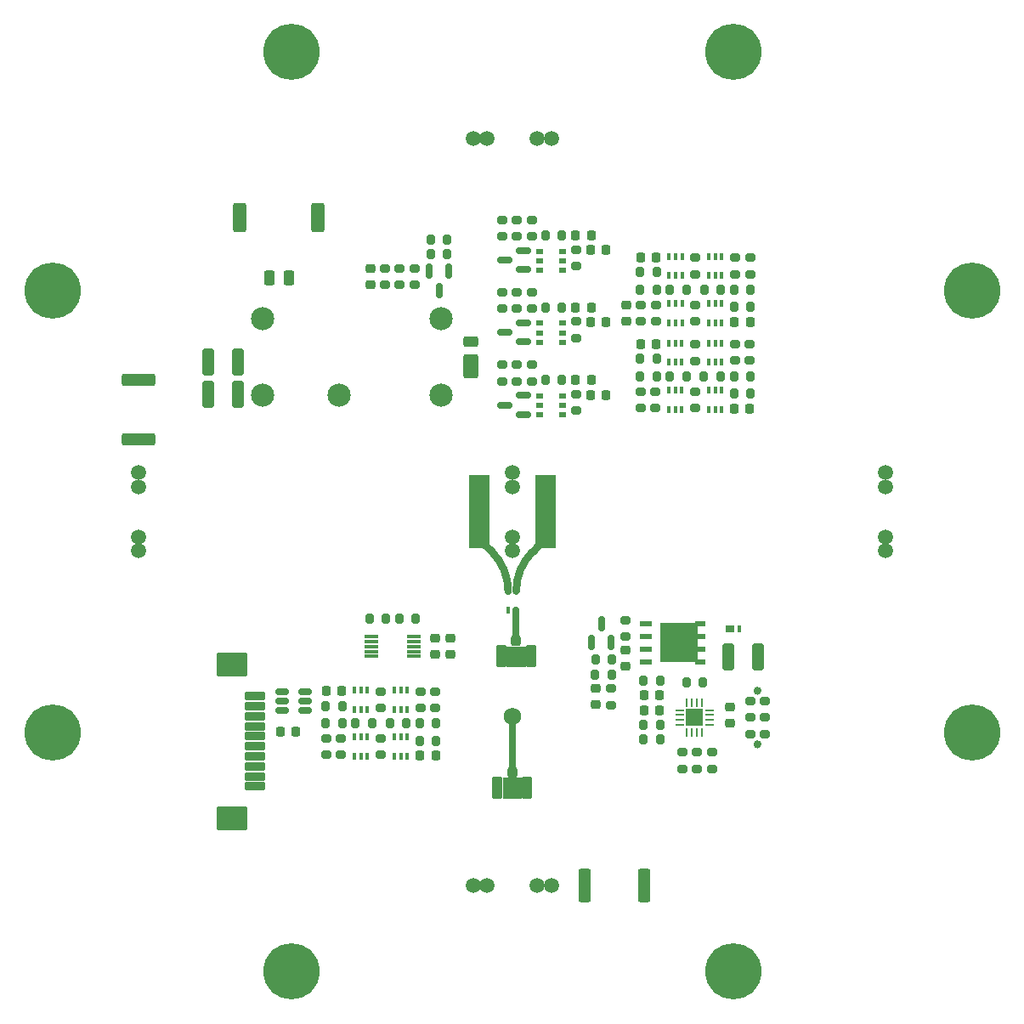
<source format=gbr>
%TF.GenerationSoftware,KiCad,Pcbnew,9.0.1*%
%TF.CreationDate,2025-06-24T16:02:31-04:00*%
%TF.ProjectId,-Z,2d5a2e6b-6963-4616-945f-706362585858,rev?*%
%TF.SameCoordinates,Original*%
%TF.FileFunction,Soldermask,Bot*%
%TF.FilePolarity,Negative*%
%FSLAX46Y46*%
G04 Gerber Fmt 4.6, Leading zero omitted, Abs format (unit mm)*
G04 Created by KiCad (PCBNEW 9.0.1) date 2025-06-24 16:02:31*
%MOMM*%
%LPD*%
G01*
G04 APERTURE LIST*
G04 Aperture macros list*
%AMRoundRect*
0 Rectangle with rounded corners*
0 $1 Rounding radius*
0 $2 $3 $4 $5 $6 $7 $8 $9 X,Y pos of 4 corners*
0 Add a 4 corners polygon primitive as box body*
4,1,4,$2,$3,$4,$5,$6,$7,$8,$9,$2,$3,0*
0 Add four circle primitives for the rounded corners*
1,1,$1+$1,$2,$3*
1,1,$1+$1,$4,$5*
1,1,$1+$1,$6,$7*
1,1,$1+$1,$8,$9*
0 Add four rect primitives between the rounded corners*
20,1,$1+$1,$2,$3,$4,$5,0*
20,1,$1+$1,$4,$5,$6,$7,0*
20,1,$1+$1,$6,$7,$8,$9,0*
20,1,$1+$1,$8,$9,$2,$3,0*%
G04 Aperture macros list end*
%ADD10C,0.686258*%
%ADD11C,0.735280*%
%ADD12C,0.381002*%
%ADD13C,0.762000*%
%ADD14C,3.800000*%
%ADD15C,5.600000*%
%ADD16C,1.500000*%
%ADD17C,1.727200*%
%ADD18RoundRect,0.225000X0.225000X0.250000X-0.225000X0.250000X-0.225000X-0.250000X0.225000X-0.250000X0*%
%ADD19RoundRect,0.200000X-0.275000X0.200000X-0.275000X-0.200000X0.275000X-0.200000X0.275000X0.200000X0*%
%ADD20R,0.700000X0.510000*%
%ADD21RoundRect,0.200000X0.275000X-0.200000X0.275000X0.200000X-0.275000X0.200000X-0.275000X-0.200000X0*%
%ADD22RoundRect,0.218750X-0.256250X0.218750X-0.256250X-0.218750X0.256250X-0.218750X0.256250X0.218750X0*%
%ADD23R,2.000000X7.400000*%
%ADD24RoundRect,0.250000X-0.250000X0.275000X-0.250000X-0.275000X0.250000X-0.275000X0.250000X0.275000X0*%
%ADD25RoundRect,0.250000X-0.275000X0.850000X-0.275000X-0.850000X0.275000X-0.850000X0.275000X0.850000X0*%
%ADD26RoundRect,0.200000X0.200000X0.275000X-0.200000X0.275000X-0.200000X-0.275000X0.200000X-0.275000X0*%
%ADD27RoundRect,0.218750X-0.218750X-0.256250X0.218750X-0.256250X0.218750X0.256250X-0.218750X0.256250X0*%
%ADD28RoundRect,0.100000X0.100000X-0.225000X0.100000X0.225000X-0.100000X0.225000X-0.100000X-0.225000X0*%
%ADD29RoundRect,0.218750X0.218750X0.256250X-0.218750X0.256250X-0.218750X-0.256250X0.218750X-0.256250X0*%
%ADD30RoundRect,0.200000X-0.200000X-0.275000X0.200000X-0.275000X0.200000X0.275000X-0.200000X0.275000X0*%
%ADD31RoundRect,0.225000X0.250000X-0.225000X0.250000X0.225000X-0.250000X0.225000X-0.250000X-0.225000X0*%
%ADD32R,1.422400X0.304800*%
%ADD33RoundRect,0.100000X-0.100000X0.225000X-0.100000X-0.225000X0.100000X-0.225000X0.100000X0.225000X0*%
%ADD34RoundRect,0.250000X-0.300000X-0.475000X0.300000X-0.475000X0.300000X0.475000X-0.300000X0.475000X0*%
%ADD35RoundRect,0.250000X-0.425000X-1.200000X0.425000X-1.200000X0.425000X1.200000X-0.425000X1.200000X0*%
%ADD36RoundRect,0.218750X0.256250X-0.218750X0.256250X0.218750X-0.256250X0.218750X-0.256250X-0.218750X0*%
%ADD37RoundRect,0.150000X0.150000X-0.587500X0.150000X0.587500X-0.150000X0.587500X-0.150000X-0.587500X0*%
%ADD38C,2.304000*%
%ADD39RoundRect,0.225000X-0.225000X-0.250000X0.225000X-0.250000X0.225000X0.250000X-0.225000X0.250000X0*%
%ADD40RoundRect,0.225000X-0.250000X0.225000X-0.250000X-0.225000X0.250000X-0.225000X0.250000X0.225000X0*%
%ADD41RoundRect,0.102000X0.950000X-0.300000X0.950000X0.300000X-0.950000X0.300000X-0.950000X-0.300000X0*%
%ADD42RoundRect,0.102000X1.400000X-1.050000X1.400000X1.050000X-1.400000X1.050000X-1.400000X-1.050000X0*%
%ADD43RoundRect,0.250000X0.325000X1.100000X-0.325000X1.100000X-0.325000X-1.100000X0.325000X-1.100000X0*%
%ADD44RoundRect,0.250000X-1.425000X0.362500X-1.425000X-0.362500X1.425000X-0.362500X1.425000X0.362500X0*%
%ADD45RoundRect,0.250000X0.362500X1.425000X-0.362500X1.425000X-0.362500X-1.425000X0.362500X-1.425000X0*%
%ADD46RoundRect,0.150000X0.587500X0.150000X-0.587500X0.150000X-0.587500X-0.150000X0.587500X-0.150000X0*%
%ADD47R,1.270000X0.610000*%
%ADD48R,3.810000X3.910000*%
%ADD49R,1.020000X0.610000*%
%ADD50RoundRect,0.150000X-0.512500X-0.150000X0.512500X-0.150000X0.512500X0.150000X-0.512500X0.150000X0*%
%ADD51R,0.400000X0.750000*%
%ADD52RoundRect,0.250000X-0.325000X-1.100000X0.325000X-1.100000X0.325000X1.100000X-0.325000X1.100000X0*%
%ADD53RoundRect,0.150000X-0.150000X0.587500X-0.150000X-0.587500X0.150000X-0.587500X0.150000X0.587500X0*%
%ADD54RoundRect,0.075000X-0.390000X-0.275000X0.390000X-0.275000X0.390000X0.275000X-0.390000X0.275000X0*%
%ADD55RoundRect,0.075000X-0.075000X-0.275000X0.075000X-0.275000X0.075000X0.275000X-0.075000X0.275000X0*%
%ADD56R,0.254000X0.812800*%
%ADD57R,0.812800X0.254000*%
%ADD58R,1.752600X1.752600*%
%ADD59RoundRect,0.250000X-0.500000X0.950000X-0.500000X-0.950000X0.500000X-0.950000X0.500000X0.950000X0*%
%ADD60RoundRect,0.250000X-0.500000X0.275000X-0.500000X-0.275000X0.500000X-0.275000X0.500000X0.275000X0*%
G04 APERTURE END LIST*
D10*
X164400001Y-112758199D02*
X164400000Y-109835400D01*
D11*
X161983972Y-103983972D02*
G75*
G02*
X163599984Y-107885399I-3901472J-3901428D01*
G01*
X161983972Y-103983972D02*
X161100000Y-103100000D01*
X164400001Y-107885399D02*
G75*
G02*
X166016020Y-103984000I5517399J-1D01*
G01*
X166016010Y-103983990D02*
X166600000Y-103400000D01*
D10*
X164000001Y-125972600D02*
X164000001Y-120366999D01*
D12*
X188629302Y-117830802D02*
G75*
G02*
X188248300Y-117830802I-190501J0D01*
G01*
X188248300Y-117830802D02*
G75*
G02*
X188629302Y-117830802I190501J0D01*
G01*
X188629301Y-123164801D02*
G75*
G02*
X188248299Y-123164801I-190501J0D01*
G01*
X188248299Y-123164801D02*
G75*
G02*
X188629301Y-123164801I190501J0D01*
G01*
%TO.C,J4*%
G36*
X163060001Y-126507599D02*
G01*
X164940001Y-126507599D01*
X164940001Y-128597599D01*
X163060001Y-128597599D01*
X163060001Y-126507599D01*
G37*
%TO.C,J3*%
G36*
X163460001Y-113401200D02*
G01*
X165340001Y-113401200D01*
X165340001Y-115491200D01*
X163460001Y-115491200D01*
X163460001Y-113401200D01*
G37*
%TD*%
D13*
%TO.C,H2*%
X144200001Y-145800000D03*
X143555751Y-147355750D03*
X143555751Y-144244250D03*
X142000001Y-148000000D03*
D14*
X142000001Y-145800000D03*
D15*
X142000001Y-145800000D03*
D13*
X142000001Y-143600000D03*
X140444251Y-147355750D03*
X140444251Y-144244250D03*
X139800001Y-145800000D03*
%TD*%
D16*
%TO.C,JP5*%
X164000001Y-96100000D03*
X164000001Y-97499999D03*
X164000001Y-102499999D03*
X164000001Y-103899998D03*
%TD*%
D13*
%TO.C,H8*%
X212000000Y-121999999D03*
X211355750Y-123555749D03*
X211355750Y-120444249D03*
X209800000Y-124199999D03*
D14*
X209800000Y-121999999D03*
D15*
X209800000Y-121999999D03*
D13*
X209800000Y-119799999D03*
X208244250Y-123555749D03*
X208244250Y-120444249D03*
X207600000Y-121999999D03*
%TD*%
%TO.C,H5*%
X144200001Y-54200000D03*
X143555751Y-55755750D03*
X143555751Y-52644250D03*
X142000001Y-56400000D03*
D14*
X142000001Y-54200000D03*
D15*
X142000001Y-54200000D03*
D13*
X142000001Y-52000000D03*
X140444251Y-55755750D03*
X140444251Y-52644250D03*
X139800001Y-54200000D03*
%TD*%
%TO.C,H7*%
X212000000Y-78000000D03*
X211355750Y-79555750D03*
X211355750Y-76444250D03*
X209800000Y-80200000D03*
D14*
X209800000Y-78000000D03*
D15*
X209800000Y-78000000D03*
D13*
X209800000Y-75800000D03*
X208244250Y-79555750D03*
X208244250Y-76444250D03*
X207600000Y-78000000D03*
%TD*%
D17*
%TO.C,AE3*%
X164000000Y-120400000D03*
%TD*%
D16*
%TO.C,JP1*%
X167900000Y-62789000D03*
X166500001Y-62789000D03*
X161500001Y-62789000D03*
X160100002Y-62789000D03*
%TD*%
D13*
%TO.C,H4*%
X120400001Y-78000000D03*
X119755751Y-79555750D03*
X119755751Y-76444250D03*
X118200001Y-80200000D03*
D14*
X118200001Y-78000000D03*
D15*
X118200001Y-78000000D03*
D13*
X118200001Y-75800000D03*
X116644251Y-79555750D03*
X116644251Y-76444250D03*
X116000001Y-78000000D03*
%TD*%
%TO.C,H3*%
X120400001Y-121999999D03*
X119755751Y-123555749D03*
X119755751Y-120444249D03*
X118200001Y-124199999D03*
D14*
X118200001Y-121999999D03*
D15*
X118200001Y-121999999D03*
D13*
X118200001Y-119799999D03*
X116644251Y-123555749D03*
X116644251Y-120444249D03*
X116000001Y-121999999D03*
%TD*%
D16*
%TO.C,JP4*%
X126789000Y-103899999D03*
X126789000Y-102500000D03*
X126789000Y-97500000D03*
X126789000Y-96100001D03*
%TD*%
D13*
%TO.C,H1*%
X188200000Y-145800000D03*
X187555750Y-147355750D03*
X187555750Y-144244250D03*
X186000000Y-148000000D03*
D14*
X186000000Y-145800000D03*
D15*
X186000000Y-145800000D03*
D13*
X186000000Y-143600000D03*
X184444250Y-147355750D03*
X184444250Y-144244250D03*
X183800000Y-145800000D03*
%TD*%
%TO.C,H6*%
X188200000Y-54200000D03*
X187555750Y-55755750D03*
X187555750Y-52644250D03*
X186000000Y-56400000D03*
D14*
X186000000Y-54200000D03*
D15*
X186000000Y-54200000D03*
D13*
X186000000Y-52000000D03*
X184444250Y-55755750D03*
X184444250Y-52644250D03*
X183800000Y-54200000D03*
%TD*%
D18*
%TO.C,C11*%
X147008600Y-117868399D03*
X145458600Y-117868399D03*
%TD*%
D19*
%TO.C,R68*%
X154894999Y-117907000D03*
X154894999Y-119557000D03*
%TD*%
D20*
%TO.C,Q11*%
X166700801Y-90358200D03*
X166700801Y-89408200D03*
X166700801Y-88458200D03*
X169020801Y-88458200D03*
X169020801Y-89408200D03*
X169020801Y-90358200D03*
%TD*%
D21*
%TO.C,R33*%
X162984001Y-86982000D03*
X162984001Y-85332000D03*
%TD*%
D22*
%TO.C,D6*%
X172339000Y-117625199D03*
X172339000Y-119200201D03*
%TD*%
D23*
%TO.C,AE2*%
X160700000Y-99999800D03*
%TD*%
D19*
%TO.C,R52*%
X187672802Y-83286800D03*
X187672802Y-84936800D03*
%TD*%
%TO.C,R25*%
X165930401Y-78092999D03*
X165930401Y-79742999D03*
%TD*%
D24*
%TO.C,J4*%
X164000001Y-125972599D03*
D25*
X165475001Y-127497599D03*
X162525001Y-127497599D03*
%TD*%
D23*
%TO.C,AE1*%
X167300000Y-99999800D03*
%TD*%
D26*
%TO.C,R75*%
X156416200Y-121068800D03*
X154766200Y-121068800D03*
%TD*%
D27*
%TO.C,F2*%
X170324500Y-72466400D03*
X171899502Y-72466400D03*
%TD*%
D28*
%TO.C,Q15*%
X180906000Y-85112600D03*
X180256000Y-85112599D03*
X179606000Y-85112600D03*
X179606000Y-83212600D03*
X180256000Y-83212601D03*
X180906000Y-83212600D03*
%TD*%
D26*
%TO.C,R51*%
X178735202Y-122707598D03*
X177085202Y-122707598D03*
%TD*%
D21*
%TO.C,R46*%
X189175400Y-122147802D03*
X189175400Y-120497802D03*
%TD*%
D19*
%TO.C,R66*%
X156353200Y-117906999D03*
X156353200Y-119556999D03*
%TD*%
D29*
%TO.C,D5*%
X173372701Y-88366800D03*
X171797699Y-88366800D03*
%TD*%
D21*
%TO.C,R20*%
X164457200Y-72554799D03*
X164457200Y-70904799D03*
%TD*%
D26*
%TO.C,R64*%
X151413800Y-110667999D03*
X149763800Y-110667999D03*
%TD*%
D21*
%TO.C,R47*%
X187702199Y-120497801D03*
X187702199Y-118847801D03*
%TD*%
D30*
%TO.C,R7*%
X176753601Y-76134200D03*
X178403601Y-76134200D03*
%TD*%
%TO.C,R6*%
X176753600Y-77861399D03*
X178403600Y-77861399D03*
%TD*%
D31*
%TO.C,C10*%
X156329201Y-114160800D03*
X156329201Y-112610800D03*
%TD*%
D32*
%TO.C,U4*%
X149941101Y-114411201D03*
X149941101Y-113911199D03*
X149941101Y-113411200D03*
X149941101Y-112911201D03*
X149941101Y-112411199D03*
X154233701Y-112411199D03*
X154233701Y-112911201D03*
X154233701Y-113411200D03*
X154233701Y-113911199D03*
X154233701Y-114411201D03*
%TD*%
D33*
%TO.C,Q21*%
X152248800Y-122455599D03*
X152898800Y-122455600D03*
X153548800Y-122455599D03*
X153548800Y-124355599D03*
X152898800Y-124355598D03*
X152248800Y-124355599D03*
%TD*%
D34*
%TO.C,J2*%
X139780800Y-76675398D03*
X141780800Y-76675398D03*
D35*
X136885800Y-70680399D03*
X144675800Y-70680399D03*
%TD*%
D20*
%TO.C,Q9*%
X166700801Y-83119200D03*
X166700801Y-82169200D03*
X166700801Y-81219200D03*
X169020801Y-81219200D03*
X169020801Y-82169200D03*
X169020801Y-83119200D03*
%TD*%
D21*
%TO.C,R15*%
X152798600Y-77380800D03*
X152798600Y-75730800D03*
%TD*%
%TO.C,R60*%
X178274801Y-89661200D03*
X178274801Y-88011200D03*
%TD*%
D36*
%TO.C,F1*%
X175353801Y-80985700D03*
X175353801Y-79410698D03*
%TD*%
D21*
%TO.C,R27*%
X162984001Y-79743000D03*
X162984001Y-78093000D03*
%TD*%
D37*
%TO.C,Q12*%
X173828701Y-113025600D03*
X171928701Y-113025600D03*
X172878701Y-111150600D03*
%TD*%
D29*
%TO.C,D3*%
X173347301Y-73939599D03*
X171772299Y-73939599D03*
%TD*%
D36*
%TO.C,D2*%
X149852200Y-77343300D03*
X149852200Y-75768298D03*
%TD*%
D19*
%TO.C,R37*%
X173812200Y-117589800D03*
X173812200Y-119239800D03*
%TD*%
D21*
%TO.C,R21*%
X162984001Y-72554800D03*
X162984001Y-70904800D03*
%TD*%
D38*
%TO.C,U2*%
X146793600Y-88417600D03*
X139173600Y-80797600D03*
X139173600Y-88417600D03*
X156953600Y-88417600D03*
X156953600Y-80797600D03*
%TD*%
D18*
%TO.C,C2*%
X178353600Y-74661000D03*
X176803600Y-74661000D03*
%TD*%
D19*
%TO.C,R19*%
X165930401Y-70904799D03*
X165930401Y-72554799D03*
%TD*%
D36*
%TO.C,F6*%
X157802401Y-114173300D03*
X157802401Y-112598298D03*
%TD*%
D30*
%TO.C,R38*%
X172276000Y-116202900D03*
X173926000Y-116202900D03*
%TD*%
D28*
%TO.C,Q20*%
X149586399Y-124355599D03*
X148936399Y-124355598D03*
X148286399Y-124355599D03*
X148286399Y-122455599D03*
X148936399Y-122455600D03*
X149586399Y-122455599D03*
%TD*%
D27*
%TO.C,F4*%
X170324500Y-86893600D03*
X171899502Y-86893600D03*
%TD*%
D18*
%TO.C,C9*%
X178685199Y-119761200D03*
X177135199Y-119761200D03*
%TD*%
D39*
%TO.C,C7*%
X186135800Y-89699799D03*
X187685800Y-89699799D03*
%TD*%
D26*
%TO.C,R4*%
X181375400Y-77861399D03*
X179725400Y-77861399D03*
%TD*%
%TO.C,R18*%
X157535201Y-72847400D03*
X155885201Y-72847400D03*
%TD*%
D30*
%TO.C,R73*%
X151794400Y-121068799D03*
X153444400Y-121068799D03*
%TD*%
D26*
%TO.C,R67*%
X150040799Y-121068800D03*
X148390799Y-121068800D03*
%TD*%
D24*
%TO.C,J3*%
X164400001Y-112866200D03*
D25*
X165875001Y-114391200D03*
X162925001Y-114391200D03*
%TD*%
D28*
%TO.C,Q3*%
X180921001Y-81148200D03*
X180271001Y-81148199D03*
X179621001Y-81148200D03*
X179621001Y-79248200D03*
X180271001Y-79248201D03*
X180921001Y-79248200D03*
%TD*%
D40*
%TO.C,C5*%
X185670201Y-119468799D03*
X185670201Y-121018799D03*
%TD*%
D41*
%TO.C,J1*%
X138398801Y-127359990D03*
X138398801Y-126359990D03*
X138398801Y-125359990D03*
X138398801Y-124359990D03*
X138398801Y-123359991D03*
X138398801Y-122359991D03*
X138398801Y-121359990D03*
X138398801Y-120359990D03*
X138398801Y-119359990D03*
X138398801Y-118359990D03*
D42*
X136048801Y-130509990D03*
X136048801Y-115210010D03*
%TD*%
D16*
%TO.C,JP3*%
X201211001Y-97500000D03*
X201211001Y-96100001D03*
X201211001Y-103899999D03*
X201211001Y-102500000D03*
%TD*%
D27*
%TO.C,F3*%
X170324500Y-79654600D03*
X171899502Y-79654600D03*
%TD*%
D26*
%TO.C,R76*%
X156416199Y-122795999D03*
X154766199Y-122795999D03*
%TD*%
D30*
%TO.C,R28*%
X167315201Y-79654600D03*
X168965201Y-79654600D03*
%TD*%
%TO.C,R41*%
X181340000Y-116992601D03*
X182990000Y-116992601D03*
%TD*%
D21*
%TO.C,R71*%
X150917599Y-119556999D03*
X150917599Y-117906999D03*
%TD*%
D30*
%TO.C,R17*%
X155885201Y-74320600D03*
X157535201Y-74320600D03*
%TD*%
D28*
%TO.C,Q19*%
X149586399Y-119681999D03*
X148936399Y-119681998D03*
X148286399Y-119681999D03*
X148286399Y-117781999D03*
X148936399Y-117782000D03*
X149586399Y-117781999D03*
%TD*%
D18*
%TO.C,C6*%
X178338600Y-83299000D03*
X176788600Y-83299000D03*
%TD*%
D19*
%TO.C,R5*%
X186214600Y-74699599D03*
X186214600Y-76349599D03*
%TD*%
D43*
%TO.C,C14*%
X136646001Y-85115600D03*
X133695999Y-85115600D03*
%TD*%
D18*
%TO.C,C8*%
X178685202Y-118288003D03*
X177135202Y-118288003D03*
%TD*%
D30*
%TO.C,R65*%
X152761001Y-110668000D03*
X154411001Y-110668000D03*
%TD*%
D44*
%TO.C,R30*%
X126789000Y-86877500D03*
X126789000Y-92802500D03*
%TD*%
D19*
%TO.C,R3*%
X187687802Y-74699599D03*
X187687802Y-76349599D03*
%TD*%
D30*
%TO.C,R56*%
X176738600Y-84772199D03*
X178388600Y-84772199D03*
%TD*%
D21*
%TO.C,R9*%
X176816600Y-81023200D03*
X176816600Y-79373200D03*
%TD*%
D33*
%TO.C,Q1*%
X183583400Y-74574599D03*
X184233400Y-74574600D03*
X184883400Y-74574599D03*
X184883400Y-76474599D03*
X184233400Y-76474598D03*
X183583400Y-76474599D03*
%TD*%
D21*
%TO.C,R11*%
X178289801Y-81023200D03*
X178289801Y-79373200D03*
%TD*%
D26*
%TO.C,R13*%
X187750801Y-79603799D03*
X186100801Y-79603799D03*
%TD*%
D20*
%TO.C,Q7*%
X166700801Y-75931000D03*
X166700801Y-74981000D03*
X166700801Y-74031000D03*
X169020801Y-74031000D03*
X169020801Y-74981000D03*
X169020801Y-75931000D03*
%TD*%
D29*
%TO.C,D4*%
X173347301Y-81127799D03*
X171772299Y-81127799D03*
%TD*%
D33*
%TO.C,Q18*%
X152248800Y-117781999D03*
X152898800Y-117782000D03*
X153548800Y-117781999D03*
X153548800Y-119681999D03*
X152898800Y-119681998D03*
X152248800Y-119681999D03*
%TD*%
D45*
%TO.C,R24*%
X177122501Y-137211000D03*
X171197501Y-137211000D03*
%TD*%
D21*
%TO.C,R8*%
X182252200Y-76349599D03*
X182252200Y-74699599D03*
%TD*%
D19*
%TO.C,R31*%
X165930401Y-85331999D03*
X165930401Y-86981999D03*
%TD*%
D33*
%TO.C,Q17*%
X183568400Y-87886199D03*
X184218400Y-87886200D03*
X184868400Y-87886199D03*
X184868400Y-89786199D03*
X184218400Y-89786198D03*
X183568400Y-89786199D03*
%TD*%
D21*
%TO.C,R48*%
X187702201Y-122147802D03*
X187702201Y-120497802D03*
%TD*%
%TO.C,R29*%
X170350000Y-82689400D03*
X170350000Y-81039400D03*
%TD*%
%TO.C,R32*%
X164457200Y-86981999D03*
X164457200Y-85331999D03*
%TD*%
D30*
%TO.C,R22*%
X167315201Y-72466400D03*
X168965201Y-72466400D03*
%TD*%
D19*
%TO.C,R16*%
X154271800Y-75730799D03*
X154271800Y-77380799D03*
%TD*%
%TO.C,R40*%
X175308400Y-110791599D03*
X175308400Y-112441599D03*
%TD*%
%TO.C,R14*%
X182252201Y-79373200D03*
X182252201Y-81023200D03*
%TD*%
D46*
%TO.C,Q8*%
X165115300Y-81168399D03*
X165115300Y-83068399D03*
X163240300Y-82118399D03*
%TD*%
D47*
%TO.C,Q13*%
X177298400Y-114960600D03*
X177298401Y-113690600D03*
X177298401Y-112420600D03*
X177298400Y-111150600D03*
D48*
X180658401Y-113055600D03*
D49*
X182763401Y-111150600D03*
X182763401Y-112420600D03*
X182763401Y-113690600D03*
X182763401Y-114960600D03*
%TD*%
D19*
%TO.C,R63*%
X182237201Y-88011200D03*
X182237201Y-89661200D03*
%TD*%
D21*
%TO.C,R44*%
X183892202Y-125590000D03*
X183892202Y-123940000D03*
%TD*%
D46*
%TO.C,Q10*%
X165115300Y-88407399D03*
X165115300Y-90307399D03*
X163240300Y-89357399D03*
%TD*%
D50*
%TO.C,U5*%
X141114601Y-119796799D03*
X141114601Y-118846800D03*
X141114601Y-117896801D03*
X143389601Y-117896801D03*
X143389601Y-118846800D03*
X143389601Y-119796799D03*
%TD*%
D43*
%TO.C,C15*%
X136646002Y-88324199D03*
X133696000Y-88324199D03*
%TD*%
D21*
%TO.C,R78*%
X151325401Y-77380799D03*
X151325401Y-75730799D03*
%TD*%
D33*
%TO.C,Q14*%
X183568400Y-83212600D03*
X184218400Y-83212601D03*
X184868400Y-83212600D03*
X184868400Y-85112600D03*
X184218400Y-85112599D03*
X183568400Y-85112600D03*
%TD*%
D21*
%TO.C,R23*%
X170350000Y-75526599D03*
X170350000Y-73876599D03*
%TD*%
D26*
%TO.C,R61*%
X187735800Y-86499400D03*
X186085800Y-86499400D03*
%TD*%
D51*
%TO.C,BA1*%
X164400001Y-109835399D03*
X163600001Y-109835399D03*
X163600001Y-107885399D03*
X164400001Y-107885399D03*
%TD*%
D52*
%TO.C,C4*%
X185557767Y-114470275D03*
X188507769Y-114470275D03*
%TD*%
D22*
%TO.C,F5*%
X175308401Y-113800899D03*
X175308401Y-115375901D03*
%TD*%
D21*
%TO.C,R57*%
X182237200Y-84987600D03*
X182237200Y-83337600D03*
%TD*%
D30*
%TO.C,R50*%
X177085199Y-121234400D03*
X178735199Y-121234400D03*
%TD*%
%TO.C,R69*%
X145419000Y-121068799D03*
X147069000Y-121068799D03*
%TD*%
%TO.C,R34*%
X167315201Y-86893600D03*
X168965201Y-86893600D03*
%TD*%
D26*
%TO.C,R39*%
X173932303Y-114729701D03*
X172282303Y-114729701D03*
%TD*%
D53*
%TO.C,Q5*%
X155760201Y-76050099D03*
X157660201Y-76050099D03*
X156710201Y-77925099D03*
%TD*%
D33*
%TO.C,Q4*%
X183583401Y-79248200D03*
X184233401Y-79248201D03*
X184883401Y-79248200D03*
X184883401Y-81148200D03*
X184233401Y-81148199D03*
X183583401Y-81148200D03*
%TD*%
D16*
%TO.C,JP2*%
X161500001Y-137211000D03*
X160100002Y-137211000D03*
X167900000Y-137211000D03*
X166500001Y-137211000D03*
%TD*%
D28*
%TO.C,Q16*%
X180906001Y-89786200D03*
X180256001Y-89786199D03*
X179606001Y-89786200D03*
X179606001Y-87886200D03*
X180256001Y-87886201D03*
X180906001Y-87886200D03*
%TD*%
D21*
%TO.C,R45*%
X189175398Y-120497801D03*
X189175398Y-118847801D03*
%TD*%
%TO.C,R72*%
X145482000Y-124230600D03*
X145482000Y-122580600D03*
%TD*%
D30*
%TO.C,R70*%
X145408600Y-119331400D03*
X147058600Y-119331400D03*
%TD*%
D26*
%TO.C,R49*%
X178735199Y-116814802D03*
X177085199Y-116814802D03*
%TD*%
D21*
%TO.C,R74*%
X146955200Y-124230600D03*
X146955200Y-122580600D03*
%TD*%
D28*
%TO.C,Q2*%
X180921001Y-76474600D03*
X180271001Y-76474599D03*
X179621001Y-76474600D03*
X179621001Y-74574600D03*
X180271001Y-74574601D03*
X180921001Y-74574600D03*
%TD*%
D39*
%TO.C,C12*%
X154816199Y-124269200D03*
X156366199Y-124269200D03*
%TD*%
D26*
%TO.C,R62*%
X187735800Y-88226599D03*
X186085800Y-88226599D03*
%TD*%
D30*
%TO.C,R59*%
X183114000Y-86499400D03*
X184764000Y-86499400D03*
%TD*%
D39*
%TO.C,C3*%
X186150800Y-81061799D03*
X187700800Y-81061799D03*
%TD*%
D19*
%TO.C,R42*%
X180945800Y-123940002D03*
X180945800Y-125590002D03*
%TD*%
D21*
%TO.C,R26*%
X164457200Y-79742999D03*
X164457200Y-78092999D03*
%TD*%
D30*
%TO.C,R55*%
X176738600Y-86499399D03*
X178388600Y-86499399D03*
%TD*%
D46*
%TO.C,Q6*%
X165115300Y-73980199D03*
X165115300Y-75880199D03*
X163240300Y-74930199D03*
%TD*%
D21*
%TO.C,R58*%
X176801600Y-89661200D03*
X176801600Y-88011200D03*
%TD*%
%TO.C,R43*%
X182419001Y-125590000D03*
X182419001Y-123940000D03*
%TD*%
D54*
%TO.C,D7*%
X185706369Y-111676275D03*
D55*
X186591368Y-111676275D03*
%TD*%
D19*
%TO.C,R77*%
X150917599Y-122580599D03*
X150917599Y-124230599D03*
%TD*%
D56*
%TO.C,U3*%
X181414999Y-119024599D03*
X181915000Y-119024599D03*
X182415000Y-119024599D03*
X182915001Y-119024599D03*
D57*
X183638200Y-119747798D03*
X183638200Y-120247799D03*
X183638200Y-120747799D03*
X183638200Y-121247800D03*
D56*
X182915001Y-121970999D03*
X182415000Y-121970999D03*
X181915000Y-121970999D03*
X181414999Y-121970999D03*
D57*
X180691800Y-121247800D03*
X180691800Y-120747799D03*
X180691800Y-120247799D03*
X180691800Y-119747798D03*
D58*
X182165000Y-120497799D03*
%TD*%
D39*
%TO.C,C13*%
X140873001Y-121869400D03*
X142423001Y-121869400D03*
%TD*%
D26*
%TO.C,R53*%
X181360401Y-86499399D03*
X179710401Y-86499399D03*
%TD*%
D19*
%TO.C,R54*%
X186199600Y-83286800D03*
X186199600Y-84936800D03*
%TD*%
D21*
%TO.C,R35*%
X170350001Y-89941600D03*
X170350001Y-88291600D03*
%TD*%
D59*
%TO.C,D1*%
X159910601Y-85457600D03*
D60*
X159910601Y-83082600D03*
%TD*%
D30*
%TO.C,R10*%
X183129000Y-77861400D03*
X184779000Y-77861400D03*
%TD*%
D26*
%TO.C,R12*%
X187750800Y-77861400D03*
X186100800Y-77861400D03*
%TD*%
M02*

</source>
